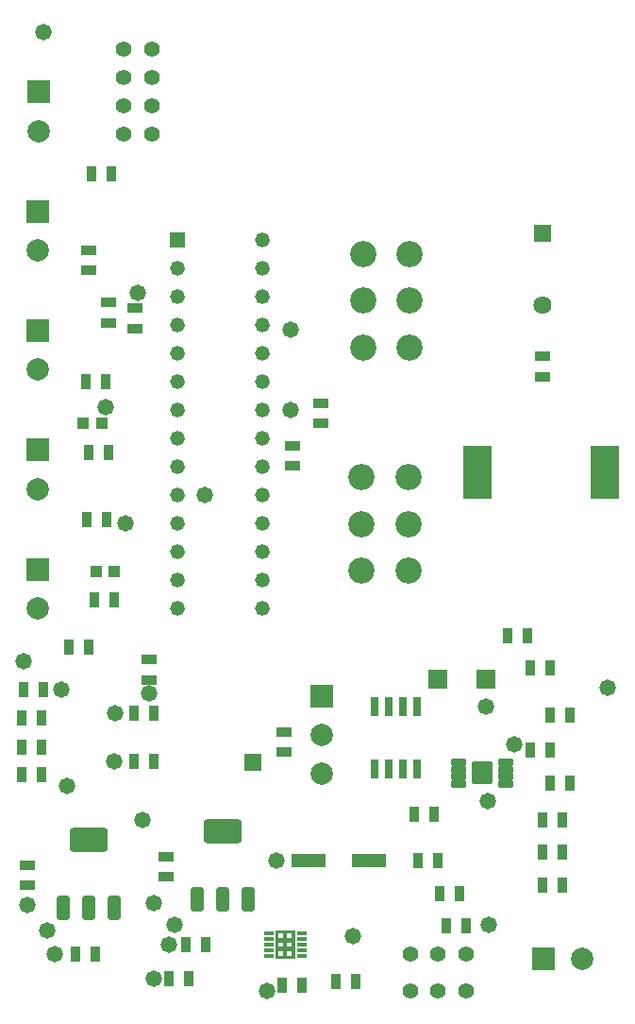
<source format=gbr>
%TF.GenerationSoftware,Altium Limited,Altium Designer,24.10.1 (45)*%
G04 Layer_Color=8388736*
%FSLAX25Y25*%
%MOIN*%
%TF.SameCoordinates,F49E7BB8-28A7-4C0D-84C7-1FE184DCB0B3*%
%TF.FilePolarity,Negative*%
%TF.FileFunction,Soldermask,Top*%
%TF.Part,Single*%
G01*
G75*
%TA.AperFunction,ComponentPad*%
%ADD31C,0.09200*%
%ADD32C,0.05500*%
%ADD37R,0.05200X0.05200*%
%ADD38C,0.05200*%
%ADD42R,0.05900X0.05900*%
%TA.AperFunction,SMDPad,CuDef*%
%ADD54R,0.10450X0.18900*%
%ADD55R,0.05700X0.03600*%
%ADD56R,0.02600X0.06950*%
%ADD57R,0.03950X0.03950*%
%ADD58R,0.03600X0.05700*%
%ADD59R,0.12200X0.05100*%
G04:AMPARAMS|DCode=60|XSize=85.95mil|YSize=135.16mil|CornerRadius=13.74mil|HoleSize=0mil|Usage=FLASHONLY|Rotation=90.000|XOffset=0mil|YOffset=0mil|HoleType=Round|Shape=RoundedRectangle|*
%AMROUNDEDRECTD60*
21,1,0.08595,0.10768,0,0,90.0*
21,1,0.05847,0.13516,0,0,90.0*
1,1,0.02749,0.05384,0.02923*
1,1,0.02749,0.05384,-0.02923*
1,1,0.02749,-0.05384,-0.02923*
1,1,0.02749,-0.05384,0.02923*
%
%ADD60ROUNDEDRECTD60*%
G04:AMPARAMS|DCode=61|XSize=85.95mil|YSize=44.61mil|CornerRadius=8.58mil|HoleSize=0mil|Usage=FLASHONLY|Rotation=90.000|XOffset=0mil|YOffset=0mil|HoleType=Round|Shape=RoundedRectangle|*
%AMROUNDEDRECTD61*
21,1,0.08595,0.02746,0,0,90.0*
21,1,0.06880,0.04461,0,0,90.0*
1,1,0.01715,0.01373,0.03440*
1,1,0.01715,0.01373,-0.03440*
1,1,0.01715,-0.01373,-0.03440*
1,1,0.01715,-0.01373,0.03440*
%
%ADD61ROUNDEDRECTD61*%
%TA.AperFunction,ConnectorPad*%
%ADD62R,0.03600X0.05700*%
%TA.AperFunction,SMDPad,CuDef*%
G04:AMPARAMS|DCode=63|XSize=25.72mil|YSize=53.28mil|CornerRadius=5.95mil|HoleSize=0mil|Usage=FLASHONLY|Rotation=270.000|XOffset=0mil|YOffset=0mil|HoleType=Round|Shape=RoundedRectangle|*
%AMROUNDEDRECTD63*
21,1,0.02572,0.04138,0,0,270.0*
21,1,0.01382,0.05328,0,0,270.0*
1,1,0.01190,-0.02069,-0.00691*
1,1,0.01190,-0.02069,0.00691*
1,1,0.01190,0.02069,0.00691*
1,1,0.01190,0.02069,-0.00691*
%
%ADD63ROUNDEDRECTD63*%
G04:AMPARAMS|DCode=64|XSize=76.11mil|YSize=80.83mil|CornerRadius=6.04mil|HoleSize=0mil|Usage=FLASHONLY|Rotation=180.000|XOffset=0mil|YOffset=0mil|HoleType=Round|Shape=RoundedRectangle|*
%AMROUNDEDRECTD64*
21,1,0.07611,0.06875,0,0,180.0*
21,1,0.06402,0.08083,0,0,180.0*
1,1,0.01209,-0.03201,0.03437*
1,1,0.01209,0.03201,0.03437*
1,1,0.01209,0.03201,-0.03437*
1,1,0.01209,-0.03201,-0.03437*
%
%ADD64ROUNDEDRECTD64*%
%ADD65R,0.03547X0.01302*%
%ADD66R,0.07100X0.06900*%
%TA.AperFunction,ComponentPad*%
%ADD67R,0.06400X0.06400*%
%ADD68C,0.06400*%
%ADD69C,0.07887*%
%ADD70R,0.07887X0.07887*%
%ADD71R,0.07887X0.07887*%
%TA.AperFunction,ViaPad*%
%ADD72C,0.05800*%
%ADD73C,0.02375*%
G36*
X352448Y129887D02*
Y128313D01*
Y126787D01*
Y125213D01*
Y123687D01*
Y121026D01*
X345452D01*
Y123687D01*
Y125213D01*
Y126787D01*
Y128313D01*
Y129887D01*
Y130974D01*
X352448D01*
Y129887D01*
D02*
G37*
%LPC*%
G36*
X351287D02*
X349713D01*
Y128313D01*
X351287D01*
Y129887D01*
D02*
G37*
G36*
X348187D02*
X346613D01*
Y128313D01*
X348187D01*
Y129887D01*
D02*
G37*
G36*
X351287Y126787D02*
X349713D01*
Y125213D01*
X351287D01*
Y126787D01*
D02*
G37*
G36*
X348187D02*
X346613D01*
Y125213D01*
X348187D01*
Y126787D01*
D02*
G37*
G36*
X351287Y123687D02*
X349713D01*
Y122113D01*
X351287D01*
Y123687D01*
D02*
G37*
G36*
X348187D02*
X346613D01*
Y122113D01*
X348187D01*
Y123687D01*
D02*
G37*
%LPD*%
D31*
X375965Y257929D02*
D03*
Y274465D02*
D03*
Y291000D02*
D03*
X392500Y257929D02*
D03*
Y274465D02*
D03*
Y291000D02*
D03*
X392996Y369803D02*
D03*
Y353268D02*
D03*
Y336732D02*
D03*
X376461Y369803D02*
D03*
Y353268D02*
D03*
Y336732D02*
D03*
D32*
X393158Y122500D02*
D03*
X403000D02*
D03*
X412843D02*
D03*
Y109508D02*
D03*
X403000D02*
D03*
X393158D02*
D03*
X302000Y442000D02*
D03*
Y432000D02*
D03*
Y422000D02*
D03*
Y412000D02*
D03*
X292000D02*
D03*
Y422000D02*
D03*
Y432000D02*
D03*
Y442000D02*
D03*
D37*
X311000Y374500D02*
D03*
D38*
Y364500D02*
D03*
Y354500D02*
D03*
Y344500D02*
D03*
Y334500D02*
D03*
Y324500D02*
D03*
Y314500D02*
D03*
Y304500D02*
D03*
Y294500D02*
D03*
Y284500D02*
D03*
Y274500D02*
D03*
Y264500D02*
D03*
Y254500D02*
D03*
Y244500D02*
D03*
X341000D02*
D03*
Y254500D02*
D03*
Y264500D02*
D03*
Y274500D02*
D03*
Y284500D02*
D03*
Y294500D02*
D03*
Y304500D02*
D03*
Y314500D02*
D03*
Y324500D02*
D03*
Y334500D02*
D03*
Y344500D02*
D03*
Y354500D02*
D03*
Y364500D02*
D03*
Y374500D02*
D03*
D42*
X337500Y190284D02*
D03*
D54*
X462000Y292500D02*
D03*
X416950D02*
D03*
D55*
X296000Y350550D02*
D03*
Y343450D02*
D03*
X286500Y345450D02*
D03*
Y352550D02*
D03*
X351500Y294950D02*
D03*
Y302050D02*
D03*
X279500Y371050D02*
D03*
Y363950D02*
D03*
X348500Y201050D02*
D03*
Y193950D02*
D03*
X361500Y317050D02*
D03*
Y309950D02*
D03*
X307000Y149900D02*
D03*
Y157000D02*
D03*
X301000Y226550D02*
D03*
Y219450D02*
D03*
X258000Y146950D02*
D03*
Y154050D02*
D03*
X440000Y333550D02*
D03*
Y326450D02*
D03*
D56*
X380500Y187875D02*
D03*
X385500D02*
D03*
X390500D02*
D03*
X395500D02*
D03*
Y210125D02*
D03*
X390500D02*
D03*
X385500D02*
D03*
X380500D02*
D03*
D57*
X277752Y310000D02*
D03*
X284248D02*
D03*
X288748Y257500D02*
D03*
X282252D02*
D03*
D58*
X413050Y132500D02*
D03*
X405950D02*
D03*
X410550Y144000D02*
D03*
X403450D02*
D03*
X395950Y155500D02*
D03*
X403050D02*
D03*
X263550Y216000D02*
D03*
X256450D02*
D03*
X302550Y190500D02*
D03*
X295450D02*
D03*
X302550Y207500D02*
D03*
X295450D02*
D03*
X286550Y299500D02*
D03*
X279450D02*
D03*
X281450Y247500D02*
D03*
X288550D02*
D03*
X278950Y276000D02*
D03*
X286050D02*
D03*
X278450Y324500D02*
D03*
X285550D02*
D03*
X280450Y398000D02*
D03*
X287550D02*
D03*
X272450Y231000D02*
D03*
X279550D02*
D03*
X255950Y186000D02*
D03*
X263050D02*
D03*
Y195500D02*
D03*
X255950D02*
D03*
X263050Y206000D02*
D03*
X255950D02*
D03*
X313950Y126000D02*
D03*
X321050D02*
D03*
X307950Y114000D02*
D03*
X315050D02*
D03*
X439950Y147000D02*
D03*
X447050D02*
D03*
X435450Y223500D02*
D03*
X442550D02*
D03*
X274900Y122500D02*
D03*
X282000D02*
D03*
X435450Y194500D02*
D03*
X442550D02*
D03*
X439950Y158500D02*
D03*
X447050D02*
D03*
X394450Y172000D02*
D03*
X401550D02*
D03*
X347900Y111500D02*
D03*
X355000D02*
D03*
X442450Y183000D02*
D03*
X449550D02*
D03*
X439950Y170000D02*
D03*
X447050D02*
D03*
X374050Y113000D02*
D03*
X366950D02*
D03*
X434550Y235000D02*
D03*
X427450D02*
D03*
D59*
X357350Y155500D02*
D03*
X378650D02*
D03*
D60*
X327000Y165870D02*
D03*
X279500Y162870D02*
D03*
D61*
X336055Y142130D02*
D03*
X327000D02*
D03*
X317945D02*
D03*
X270445Y139130D02*
D03*
X279500D02*
D03*
X288555D02*
D03*
D62*
X442450Y207000D02*
D03*
X449550D02*
D03*
D63*
X410134Y190339D02*
D03*
Y187779D02*
D03*
Y185221D02*
D03*
Y182661D02*
D03*
X426866Y190339D02*
D03*
Y187779D02*
D03*
Y185221D02*
D03*
Y182661D02*
D03*
D64*
X418500Y186500D02*
D03*
D65*
X354757Y122063D02*
D03*
Y124031D02*
D03*
Y126000D02*
D03*
Y127969D02*
D03*
Y129937D02*
D03*
X343143D02*
D03*
Y127969D02*
D03*
Y126000D02*
D03*
Y124031D02*
D03*
Y122063D02*
D03*
D66*
X403050Y219500D02*
D03*
X419950D02*
D03*
D67*
X440000Y377091D02*
D03*
D68*
Y351500D02*
D03*
D69*
X262000Y413100D02*
D03*
X261500Y244700D02*
D03*
Y371000D02*
D03*
Y328900D02*
D03*
Y286800D02*
D03*
X362000Y186221D02*
D03*
Y200000D02*
D03*
X454000Y121000D02*
D03*
D70*
X262000Y426880D02*
D03*
X261500Y258479D02*
D03*
Y384780D02*
D03*
Y342680D02*
D03*
Y300580D02*
D03*
X362000Y213779D02*
D03*
D71*
X440220Y121000D02*
D03*
D72*
X297000Y356000D02*
D03*
X308000Y126000D02*
D03*
X310000Y133000D02*
D03*
X302500Y140500D02*
D03*
X430000Y196500D02*
D03*
X346000Y155500D02*
D03*
X420500Y176500D02*
D03*
X420000Y210000D02*
D03*
X351000Y314500D02*
D03*
X301000Y214500D02*
D03*
X258000Y140000D02*
D03*
X265000Y131000D02*
D03*
X267500Y122500D02*
D03*
X302500Y114000D02*
D03*
X342500Y109500D02*
D03*
X288500Y190500D02*
D03*
X270000Y216000D02*
D03*
X289000Y207500D02*
D03*
X463000Y216500D02*
D03*
X292500Y274500D02*
D03*
X256500Y226000D02*
D03*
X320500Y284500D02*
D03*
X298500Y170000D02*
D03*
X263500Y448000D02*
D03*
X373000Y129000D02*
D03*
X272000Y182000D02*
D03*
X285500Y315500D02*
D03*
X351000Y343000D02*
D03*
X421000Y133000D02*
D03*
D73*
X420469Y184531D02*
D03*
X416532D02*
D03*
X420469Y188469D02*
D03*
X416532D02*
D03*
%TF.MD5,e0c4c91fba21c62976d90adb2ac6901a*%
M02*

</source>
